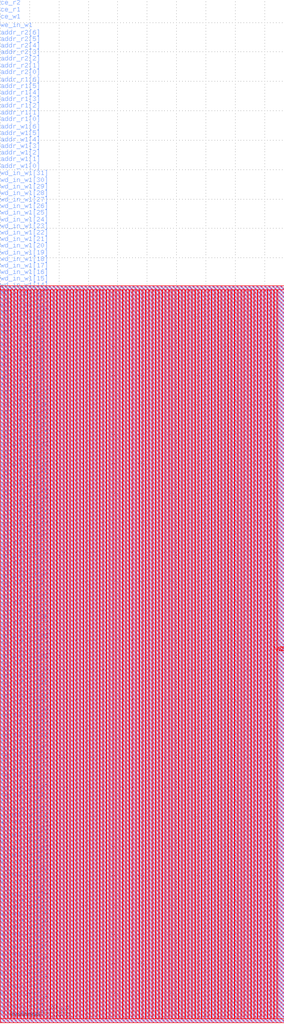
<source format=lef>
VERSION 5.7 ;
BUSBITCHARS "[]" ;
MACRO fakeram_32x128_2r1w
  FOREIGN fakeram_32x128_2r1w 0 0 ;
  SYMMETRY X Y R90 ;
  SIZE 96.710 BY 250.600 ;
  CLASS BLOCK ;
  PIN w_mask_w1[0]
    DIRECTION INPUT ;
    USE SIGNAL ;
    SHAPE ABUTMENT ;
    PORT
      LAYER metal3 ;
      RECT 0.000 1.645 0.070 1.715 ;
    END
  END w_mask_w1[0]
  PIN w_mask_w1[1]
    DIRECTION INPUT ;
    USE SIGNAL ;
    SHAPE ABUTMENT ;
    PORT
      LAYER metal3 ;
      RECT 0.000 3.885 0.070 3.955 ;
    END
  END w_mask_w1[1]
  PIN w_mask_w1[2]
    DIRECTION INPUT ;
    USE SIGNAL ;
    SHAPE ABUTMENT ;
    PORT
      LAYER metal3 ;
      RECT 0.000 6.125 0.070 6.195 ;
    END
  END w_mask_w1[2]
  PIN w_mask_w1[3]
    DIRECTION INPUT ;
    USE SIGNAL ;
    SHAPE ABUTMENT ;
    PORT
      LAYER metal3 ;
      RECT 0.000 8.365 0.070 8.435 ;
    END
  END w_mask_w1[3]
  PIN w_mask_w1[4]
    DIRECTION INPUT ;
    USE SIGNAL ;
    SHAPE ABUTMENT ;
    PORT
      LAYER metal3 ;
      RECT 0.000 10.605 0.070 10.675 ;
    END
  END w_mask_w1[4]
  PIN w_mask_w1[5]
    DIRECTION INPUT ;
    USE SIGNAL ;
    SHAPE ABUTMENT ;
    PORT
      LAYER metal3 ;
      RECT 0.000 12.845 0.070 12.915 ;
    END
  END w_mask_w1[5]
  PIN w_mask_w1[6]
    DIRECTION INPUT ;
    USE SIGNAL ;
    SHAPE ABUTMENT ;
    PORT
      LAYER metal3 ;
      RECT 0.000 15.085 0.070 15.155 ;
    END
  END w_mask_w1[6]
  PIN w_mask_w1[7]
    DIRECTION INPUT ;
    USE SIGNAL ;
    SHAPE ABUTMENT ;
    PORT
      LAYER metal3 ;
      RECT 0.000 17.325 0.070 17.395 ;
    END
  END w_mask_w1[7]
  PIN w_mask_w1[8]
    DIRECTION INPUT ;
    USE SIGNAL ;
    SHAPE ABUTMENT ;
    PORT
      LAYER metal3 ;
      RECT 0.000 19.565 0.070 19.635 ;
    END
  END w_mask_w1[8]
  PIN w_mask_w1[9]
    DIRECTION INPUT ;
    USE SIGNAL ;
    SHAPE ABUTMENT ;
    PORT
      LAYER metal3 ;
      RECT 0.000 21.805 0.070 21.875 ;
    END
  END w_mask_w1[9]
  PIN w_mask_w1[10]
    DIRECTION INPUT ;
    USE SIGNAL ;
    SHAPE ABUTMENT ;
    PORT
      LAYER metal3 ;
      RECT 0.000 24.045 0.070 24.115 ;
    END
  END w_mask_w1[10]
  PIN w_mask_w1[11]
    DIRECTION INPUT ;
    USE SIGNAL ;
    SHAPE ABUTMENT ;
    PORT
      LAYER metal3 ;
      RECT 0.000 26.285 0.070 26.355 ;
    END
  END w_mask_w1[11]
  PIN w_mask_w1[12]
    DIRECTION INPUT ;
    USE SIGNAL ;
    SHAPE ABUTMENT ;
    PORT
      LAYER metal3 ;
      RECT 0.000 28.525 0.070 28.595 ;
    END
  END w_mask_w1[12]
  PIN w_mask_w1[13]
    DIRECTION INPUT ;
    USE SIGNAL ;
    SHAPE ABUTMENT ;
    PORT
      LAYER metal3 ;
      RECT 0.000 30.765 0.070 30.835 ;
    END
  END w_mask_w1[13]
  PIN w_mask_w1[14]
    DIRECTION INPUT ;
    USE SIGNAL ;
    SHAPE ABUTMENT ;
    PORT
      LAYER metal3 ;
      RECT 0.000 33.005 0.070 33.075 ;
    END
  END w_mask_w1[14]
  PIN w_mask_w1[15]
    DIRECTION INPUT ;
    USE SIGNAL ;
    SHAPE ABUTMENT ;
    PORT
      LAYER metal3 ;
      RECT 0.000 35.245 0.070 35.315 ;
    END
  END w_mask_w1[15]
  PIN w_mask_w1[16]
    DIRECTION INPUT ;
    USE SIGNAL ;
    SHAPE ABUTMENT ;
    PORT
      LAYER metal3 ;
      RECT 0.000 37.485 0.070 37.555 ;
    END
  END w_mask_w1[16]
  PIN w_mask_w1[17]
    DIRECTION INPUT ;
    USE SIGNAL ;
    SHAPE ABUTMENT ;
    PORT
      LAYER metal3 ;
      RECT 0.000 39.725 0.070 39.795 ;
    END
  END w_mask_w1[17]
  PIN w_mask_w1[18]
    DIRECTION INPUT ;
    USE SIGNAL ;
    SHAPE ABUTMENT ;
    PORT
      LAYER metal3 ;
      RECT 0.000 41.965 0.070 42.035 ;
    END
  END w_mask_w1[18]
  PIN w_mask_w1[19]
    DIRECTION INPUT ;
    USE SIGNAL ;
    SHAPE ABUTMENT ;
    PORT
      LAYER metal3 ;
      RECT 0.000 44.205 0.070 44.275 ;
    END
  END w_mask_w1[19]
  PIN w_mask_w1[20]
    DIRECTION INPUT ;
    USE SIGNAL ;
    SHAPE ABUTMENT ;
    PORT
      LAYER metal3 ;
      RECT 0.000 46.445 0.070 46.515 ;
    END
  END w_mask_w1[20]
  PIN w_mask_w1[21]
    DIRECTION INPUT ;
    USE SIGNAL ;
    SHAPE ABUTMENT ;
    PORT
      LAYER metal3 ;
      RECT 0.000 48.685 0.070 48.755 ;
    END
  END w_mask_w1[21]
  PIN w_mask_w1[22]
    DIRECTION INPUT ;
    USE SIGNAL ;
    SHAPE ABUTMENT ;
    PORT
      LAYER metal3 ;
      RECT 0.000 50.925 0.070 50.995 ;
    END
  END w_mask_w1[22]
  PIN w_mask_w1[23]
    DIRECTION INPUT ;
    USE SIGNAL ;
    SHAPE ABUTMENT ;
    PORT
      LAYER metal3 ;
      RECT 0.000 53.165 0.070 53.235 ;
    END
  END w_mask_w1[23]
  PIN w_mask_w1[24]
    DIRECTION INPUT ;
    USE SIGNAL ;
    SHAPE ABUTMENT ;
    PORT
      LAYER metal3 ;
      RECT 0.000 55.405 0.070 55.475 ;
    END
  END w_mask_w1[24]
  PIN w_mask_w1[25]
    DIRECTION INPUT ;
    USE SIGNAL ;
    SHAPE ABUTMENT ;
    PORT
      LAYER metal3 ;
      RECT 0.000 57.645 0.070 57.715 ;
    END
  END w_mask_w1[25]
  PIN w_mask_w1[26]
    DIRECTION INPUT ;
    USE SIGNAL ;
    SHAPE ABUTMENT ;
    PORT
      LAYER metal3 ;
      RECT 0.000 59.885 0.070 59.955 ;
    END
  END w_mask_w1[26]
  PIN w_mask_w1[27]
    DIRECTION INPUT ;
    USE SIGNAL ;
    SHAPE ABUTMENT ;
    PORT
      LAYER metal3 ;
      RECT 0.000 62.125 0.070 62.195 ;
    END
  END w_mask_w1[27]
  PIN w_mask_w1[28]
    DIRECTION INPUT ;
    USE SIGNAL ;
    SHAPE ABUTMENT ;
    PORT
      LAYER metal3 ;
      RECT 0.000 64.365 0.070 64.435 ;
    END
  END w_mask_w1[28]
  PIN w_mask_w1[29]
    DIRECTION INPUT ;
    USE SIGNAL ;
    SHAPE ABUTMENT ;
    PORT
      LAYER metal3 ;
      RECT 0.000 66.605 0.070 66.675 ;
    END
  END w_mask_w1[29]
  PIN w_mask_w1[30]
    DIRECTION INPUT ;
    USE SIGNAL ;
    SHAPE ABUTMENT ;
    PORT
      LAYER metal3 ;
      RECT 0.000 68.845 0.070 68.915 ;
    END
  END w_mask_w1[30]
  PIN w_mask_w1[31]
    DIRECTION INPUT ;
    USE SIGNAL ;
    SHAPE ABUTMENT ;
    PORT
      LAYER metal3 ;
      RECT 0.000 71.085 0.070 71.155 ;
    END
  END w_mask_w1[31]
  PIN rd_out_r1[0]
    DIRECTION OUTPUT ;
    USE SIGNAL ;
    SHAPE ABUTMENT ;
    PORT
      LAYER metal3 ;
      RECT 0.000 73.605 0.070 73.675 ;
    END
  END rd_out_r1[0]
  PIN rd_out_r1[1]
    DIRECTION OUTPUT ;
    USE SIGNAL ;
    SHAPE ABUTMENT ;
    PORT
      LAYER metal3 ;
      RECT 0.000 75.845 0.070 75.915 ;
    END
  END rd_out_r1[1]
  PIN rd_out_r1[2]
    DIRECTION OUTPUT ;
    USE SIGNAL ;
    SHAPE ABUTMENT ;
    PORT
      LAYER metal3 ;
      RECT 0.000 78.085 0.070 78.155 ;
    END
  END rd_out_r1[2]
  PIN rd_out_r1[3]
    DIRECTION OUTPUT ;
    USE SIGNAL ;
    SHAPE ABUTMENT ;
    PORT
      LAYER metal3 ;
      RECT 0.000 80.325 0.070 80.395 ;
    END
  END rd_out_r1[3]
  PIN rd_out_r1[4]
    DIRECTION OUTPUT ;
    USE SIGNAL ;
    SHAPE ABUTMENT ;
    PORT
      LAYER metal3 ;
      RECT 0.000 82.565 0.070 82.635 ;
    END
  END rd_out_r1[4]
  PIN rd_out_r1[5]
    DIRECTION OUTPUT ;
    USE SIGNAL ;
    SHAPE ABUTMENT ;
    PORT
      LAYER metal3 ;
      RECT 0.000 84.805 0.070 84.875 ;
    END
  END rd_out_r1[5]
  PIN rd_out_r1[6]
    DIRECTION OUTPUT ;
    USE SIGNAL ;
    SHAPE ABUTMENT ;
    PORT
      LAYER metal3 ;
      RECT 0.000 87.045 0.070 87.115 ;
    END
  END rd_out_r1[6]
  PIN rd_out_r1[7]
    DIRECTION OUTPUT ;
    USE SIGNAL ;
    SHAPE ABUTMENT ;
    PORT
      LAYER metal3 ;
      RECT 0.000 89.285 0.070 89.355 ;
    END
  END rd_out_r1[7]
  PIN rd_out_r1[8]
    DIRECTION OUTPUT ;
    USE SIGNAL ;
    SHAPE ABUTMENT ;
    PORT
      LAYER metal3 ;
      RECT 0.000 91.525 0.070 91.595 ;
    END
  END rd_out_r1[8]
  PIN rd_out_r1[9]
    DIRECTION OUTPUT ;
    USE SIGNAL ;
    SHAPE ABUTMENT ;
    PORT
      LAYER metal3 ;
      RECT 0.000 93.765 0.070 93.835 ;
    END
  END rd_out_r1[9]
  PIN rd_out_r1[10]
    DIRECTION OUTPUT ;
    USE SIGNAL ;
    SHAPE ABUTMENT ;
    PORT
      LAYER metal3 ;
      RECT 0.000 96.005 0.070 96.075 ;
    END
  END rd_out_r1[10]
  PIN rd_out_r1[11]
    DIRECTION OUTPUT ;
    USE SIGNAL ;
    SHAPE ABUTMENT ;
    PORT
      LAYER metal3 ;
      RECT 0.000 98.245 0.070 98.315 ;
    END
  END rd_out_r1[11]
  PIN rd_out_r1[12]
    DIRECTION OUTPUT ;
    USE SIGNAL ;
    SHAPE ABUTMENT ;
    PORT
      LAYER metal3 ;
      RECT 0.000 100.485 0.070 100.555 ;
    END
  END rd_out_r1[12]
  PIN rd_out_r1[13]
    DIRECTION OUTPUT ;
    USE SIGNAL ;
    SHAPE ABUTMENT ;
    PORT
      LAYER metal3 ;
      RECT 0.000 102.725 0.070 102.795 ;
    END
  END rd_out_r1[13]
  PIN rd_out_r1[14]
    DIRECTION OUTPUT ;
    USE SIGNAL ;
    SHAPE ABUTMENT ;
    PORT
      LAYER metal3 ;
      RECT 0.000 104.965 0.070 105.035 ;
    END
  END rd_out_r1[14]
  PIN rd_out_r1[15]
    DIRECTION OUTPUT ;
    USE SIGNAL ;
    SHAPE ABUTMENT ;
    PORT
      LAYER metal3 ;
      RECT 0.000 107.205 0.070 107.275 ;
    END
  END rd_out_r1[15]
  PIN rd_out_r1[16]
    DIRECTION OUTPUT ;
    USE SIGNAL ;
    SHAPE ABUTMENT ;
    PORT
      LAYER metal3 ;
      RECT 0.000 109.445 0.070 109.515 ;
    END
  END rd_out_r1[16]
  PIN rd_out_r1[17]
    DIRECTION OUTPUT ;
    USE SIGNAL ;
    SHAPE ABUTMENT ;
    PORT
      LAYER metal3 ;
      RECT 0.000 111.685 0.070 111.755 ;
    END
  END rd_out_r1[17]
  PIN rd_out_r1[18]
    DIRECTION OUTPUT ;
    USE SIGNAL ;
    SHAPE ABUTMENT ;
    PORT
      LAYER metal3 ;
      RECT 0.000 113.925 0.070 113.995 ;
    END
  END rd_out_r1[18]
  PIN rd_out_r1[19]
    DIRECTION OUTPUT ;
    USE SIGNAL ;
    SHAPE ABUTMENT ;
    PORT
      LAYER metal3 ;
      RECT 0.000 116.165 0.070 116.235 ;
    END
  END rd_out_r1[19]
  PIN rd_out_r1[20]
    DIRECTION OUTPUT ;
    USE SIGNAL ;
    SHAPE ABUTMENT ;
    PORT
      LAYER metal3 ;
      RECT 0.000 118.405 0.070 118.475 ;
    END
  END rd_out_r1[20]
  PIN rd_out_r1[21]
    DIRECTION OUTPUT ;
    USE SIGNAL ;
    SHAPE ABUTMENT ;
    PORT
      LAYER metal3 ;
      RECT 0.000 120.645 0.070 120.715 ;
    END
  END rd_out_r1[21]
  PIN rd_out_r1[22]
    DIRECTION OUTPUT ;
    USE SIGNAL ;
    SHAPE ABUTMENT ;
    PORT
      LAYER metal3 ;
      RECT 0.000 122.885 0.070 122.955 ;
    END
  END rd_out_r1[22]
  PIN rd_out_r1[23]
    DIRECTION OUTPUT ;
    USE SIGNAL ;
    SHAPE ABUTMENT ;
    PORT
      LAYER metal3 ;
      RECT 0.000 125.125 0.070 125.195 ;
    END
  END rd_out_r1[23]
  PIN rd_out_r1[24]
    DIRECTION OUTPUT ;
    USE SIGNAL ;
    SHAPE ABUTMENT ;
    PORT
      LAYER metal3 ;
      RECT 0.000 127.365 0.070 127.435 ;
    END
  END rd_out_r1[24]
  PIN rd_out_r1[25]
    DIRECTION OUTPUT ;
    USE SIGNAL ;
    SHAPE ABUTMENT ;
    PORT
      LAYER metal3 ;
      RECT 0.000 129.605 0.070 129.675 ;
    END
  END rd_out_r1[25]
  PIN rd_out_r1[26]
    DIRECTION OUTPUT ;
    USE SIGNAL ;
    SHAPE ABUTMENT ;
    PORT
      LAYER metal3 ;
      RECT 0.000 131.845 0.070 131.915 ;
    END
  END rd_out_r1[26]
  PIN rd_out_r1[27]
    DIRECTION OUTPUT ;
    USE SIGNAL ;
    SHAPE ABUTMENT ;
    PORT
      LAYER metal3 ;
      RECT 0.000 134.085 0.070 134.155 ;
    END
  END rd_out_r1[27]
  PIN rd_out_r1[28]
    DIRECTION OUTPUT ;
    USE SIGNAL ;
    SHAPE ABUTMENT ;
    PORT
      LAYER metal3 ;
      RECT 0.000 136.325 0.070 136.395 ;
    END
  END rd_out_r1[28]
  PIN rd_out_r1[29]
    DIRECTION OUTPUT ;
    USE SIGNAL ;
    SHAPE ABUTMENT ;
    PORT
      LAYER metal3 ;
      RECT 0.000 138.565 0.070 138.635 ;
    END
  END rd_out_r1[29]
  PIN rd_out_r1[30]
    DIRECTION OUTPUT ;
    USE SIGNAL ;
    SHAPE ABUTMENT ;
    PORT
      LAYER metal3 ;
      RECT 0.000 140.805 0.070 140.875 ;
    END
  END rd_out_r1[30]
  PIN rd_out_r1[31]
    DIRECTION OUTPUT ;
    USE SIGNAL ;
    SHAPE ABUTMENT ;
    PORT
      LAYER metal3 ;
      RECT 0.000 143.045 0.070 143.115 ;
    END
  END rd_out_r1[31]
  PIN rd_out_r2[0]
    DIRECTION OUTPUT ;
    USE SIGNAL ;
    SHAPE ABUTMENT ;
    PORT
      LAYER metal3 ;
      RECT 0.000 145.565 0.070 145.635 ;
    END
  END rd_out_r2[0]
  PIN rd_out_r2[1]
    DIRECTION OUTPUT ;
    USE SIGNAL ;
    SHAPE ABUTMENT ;
    PORT
      LAYER metal3 ;
      RECT 0.000 147.805 0.070 147.875 ;
    END
  END rd_out_r2[1]
  PIN rd_out_r2[2]
    DIRECTION OUTPUT ;
    USE SIGNAL ;
    SHAPE ABUTMENT ;
    PORT
      LAYER metal3 ;
      RECT 0.000 150.045 0.070 150.115 ;
    END
  END rd_out_r2[2]
  PIN rd_out_r2[3]
    DIRECTION OUTPUT ;
    USE SIGNAL ;
    SHAPE ABUTMENT ;
    PORT
      LAYER metal3 ;
      RECT 0.000 152.285 0.070 152.355 ;
    END
  END rd_out_r2[3]
  PIN rd_out_r2[4]
    DIRECTION OUTPUT ;
    USE SIGNAL ;
    SHAPE ABUTMENT ;
    PORT
      LAYER metal3 ;
      RECT 0.000 154.525 0.070 154.595 ;
    END
  END rd_out_r2[4]
  PIN rd_out_r2[5]
    DIRECTION OUTPUT ;
    USE SIGNAL ;
    SHAPE ABUTMENT ;
    PORT
      LAYER metal3 ;
      RECT 0.000 156.765 0.070 156.835 ;
    END
  END rd_out_r2[5]
  PIN rd_out_r2[6]
    DIRECTION OUTPUT ;
    USE SIGNAL ;
    SHAPE ABUTMENT ;
    PORT
      LAYER metal3 ;
      RECT 0.000 159.005 0.070 159.075 ;
    END
  END rd_out_r2[6]
  PIN rd_out_r2[7]
    DIRECTION OUTPUT ;
    USE SIGNAL ;
    SHAPE ABUTMENT ;
    PORT
      LAYER metal3 ;
      RECT 0.000 161.245 0.070 161.315 ;
    END
  END rd_out_r2[7]
  PIN rd_out_r2[8]
    DIRECTION OUTPUT ;
    USE SIGNAL ;
    SHAPE ABUTMENT ;
    PORT
      LAYER metal3 ;
      RECT 0.000 163.485 0.070 163.555 ;
    END
  END rd_out_r2[8]
  PIN rd_out_r2[9]
    DIRECTION OUTPUT ;
    USE SIGNAL ;
    SHAPE ABUTMENT ;
    PORT
      LAYER metal3 ;
      RECT 0.000 165.725 0.070 165.795 ;
    END
  END rd_out_r2[9]
  PIN rd_out_r2[10]
    DIRECTION OUTPUT ;
    USE SIGNAL ;
    SHAPE ABUTMENT ;
    PORT
      LAYER metal3 ;
      RECT 0.000 167.965 0.070 168.035 ;
    END
  END rd_out_r2[10]
  PIN rd_out_r2[11]
    DIRECTION OUTPUT ;
    USE SIGNAL ;
    SHAPE ABUTMENT ;
    PORT
      LAYER metal3 ;
      RECT 0.000 170.205 0.070 170.275 ;
    END
  END rd_out_r2[11]
  PIN rd_out_r2[12]
    DIRECTION OUTPUT ;
    USE SIGNAL ;
    SHAPE ABUTMENT ;
    PORT
      LAYER metal3 ;
      RECT 0.000 172.445 0.070 172.515 ;
    END
  END rd_out_r2[12]
  PIN rd_out_r2[13]
    DIRECTION OUTPUT ;
    USE SIGNAL ;
    SHAPE ABUTMENT ;
    PORT
      LAYER metal3 ;
      RECT 0.000 174.685 0.070 174.755 ;
    END
  END rd_out_r2[13]
  PIN rd_out_r2[14]
    DIRECTION OUTPUT ;
    USE SIGNAL ;
    SHAPE ABUTMENT ;
    PORT
      LAYER metal3 ;
      RECT 0.000 176.925 0.070 176.995 ;
    END
  END rd_out_r2[14]
  PIN rd_out_r2[15]
    DIRECTION OUTPUT ;
    USE SIGNAL ;
    SHAPE ABUTMENT ;
    PORT
      LAYER metal3 ;
      RECT 0.000 179.165 0.070 179.235 ;
    END
  END rd_out_r2[15]
  PIN rd_out_r2[16]
    DIRECTION OUTPUT ;
    USE SIGNAL ;
    SHAPE ABUTMENT ;
    PORT
      LAYER metal3 ;
      RECT 0.000 181.405 0.070 181.475 ;
    END
  END rd_out_r2[16]
  PIN rd_out_r2[17]
    DIRECTION OUTPUT ;
    USE SIGNAL ;
    SHAPE ABUTMENT ;
    PORT
      LAYER metal3 ;
      RECT 0.000 183.645 0.070 183.715 ;
    END
  END rd_out_r2[17]
  PIN rd_out_r2[18]
    DIRECTION OUTPUT ;
    USE SIGNAL ;
    SHAPE ABUTMENT ;
    PORT
      LAYER metal3 ;
      RECT 0.000 185.885 0.070 185.955 ;
    END
  END rd_out_r2[18]
  PIN rd_out_r2[19]
    DIRECTION OUTPUT ;
    USE SIGNAL ;
    SHAPE ABUTMENT ;
    PORT
      LAYER metal3 ;
      RECT 0.000 188.125 0.070 188.195 ;
    END
  END rd_out_r2[19]
  PIN rd_out_r2[20]
    DIRECTION OUTPUT ;
    USE SIGNAL ;
    SHAPE ABUTMENT ;
    PORT
      LAYER metal3 ;
      RECT 0.000 190.365 0.070 190.435 ;
    END
  END rd_out_r2[20]
  PIN rd_out_r2[21]
    DIRECTION OUTPUT ;
    USE SIGNAL ;
    SHAPE ABUTMENT ;
    PORT
      LAYER metal3 ;
      RECT 0.000 192.605 0.070 192.675 ;
    END
  END rd_out_r2[21]
  PIN rd_out_r2[22]
    DIRECTION OUTPUT ;
    USE SIGNAL ;
    SHAPE ABUTMENT ;
    PORT
      LAYER metal3 ;
      RECT 0.000 194.845 0.070 194.915 ;
    END
  END rd_out_r2[22]
  PIN rd_out_r2[23]
    DIRECTION OUTPUT ;
    USE SIGNAL ;
    SHAPE ABUTMENT ;
    PORT
      LAYER metal3 ;
      RECT 0.000 197.085 0.070 197.155 ;
    END
  END rd_out_r2[23]
  PIN rd_out_r2[24]
    DIRECTION OUTPUT ;
    USE SIGNAL ;
    SHAPE ABUTMENT ;
    PORT
      LAYER metal3 ;
      RECT 0.000 199.325 0.070 199.395 ;
    END
  END rd_out_r2[24]
  PIN rd_out_r2[25]
    DIRECTION OUTPUT ;
    USE SIGNAL ;
    SHAPE ABUTMENT ;
    PORT
      LAYER metal3 ;
      RECT 0.000 201.565 0.070 201.635 ;
    END
  END rd_out_r2[25]
  PIN rd_out_r2[26]
    DIRECTION OUTPUT ;
    USE SIGNAL ;
    SHAPE ABUTMENT ;
    PORT
      LAYER metal3 ;
      RECT 0.000 203.805 0.070 203.875 ;
    END
  END rd_out_r2[26]
  PIN rd_out_r2[27]
    DIRECTION OUTPUT ;
    USE SIGNAL ;
    SHAPE ABUTMENT ;
    PORT
      LAYER metal3 ;
      RECT 0.000 206.045 0.070 206.115 ;
    END
  END rd_out_r2[27]
  PIN rd_out_r2[28]
    DIRECTION OUTPUT ;
    USE SIGNAL ;
    SHAPE ABUTMENT ;
    PORT
      LAYER metal3 ;
      RECT 0.000 208.285 0.070 208.355 ;
    END
  END rd_out_r2[28]
  PIN rd_out_r2[29]
    DIRECTION OUTPUT ;
    USE SIGNAL ;
    SHAPE ABUTMENT ;
    PORT
      LAYER metal3 ;
      RECT 0.000 210.525 0.070 210.595 ;
    END
  END rd_out_r2[29]
  PIN rd_out_r2[30]
    DIRECTION OUTPUT ;
    USE SIGNAL ;
    SHAPE ABUTMENT ;
    PORT
      LAYER metal3 ;
      RECT 0.000 212.765 0.070 212.835 ;
    END
  END rd_out_r2[30]
  PIN rd_out_r2[31]
    DIRECTION OUTPUT ;
    USE SIGNAL ;
    SHAPE ABUTMENT ;
    PORT
      LAYER metal3 ;
      RECT 0.000 215.005 0.070 215.075 ;
    END
  END rd_out_r2[31]
  PIN wd_in_w1[0]
    DIRECTION INPUT ;
    USE SIGNAL ;
    SHAPE ABUTMENT ;
    PORT
      LAYER metal3 ;
      RECT 0.000 217.525 0.070 217.595 ;
    END
  END wd_in_w1[0]
  PIN wd_in_w1[1]
    DIRECTION INPUT ;
    USE SIGNAL ;
    SHAPE ABUTMENT ;
    PORT
      LAYER metal3 ;
      RECT 0.000 219.765 0.070 219.835 ;
    END
  END wd_in_w1[1]
  PIN wd_in_w1[2]
    DIRECTION INPUT ;
    USE SIGNAL ;
    SHAPE ABUTMENT ;
    PORT
      LAYER metal3 ;
      RECT 0.000 222.005 0.070 222.075 ;
    END
  END wd_in_w1[2]
  PIN wd_in_w1[3]
    DIRECTION INPUT ;
    USE SIGNAL ;
    SHAPE ABUTMENT ;
    PORT
      LAYER metal3 ;
      RECT 0.000 224.245 0.070 224.315 ;
    END
  END wd_in_w1[3]
  PIN wd_in_w1[4]
    DIRECTION INPUT ;
    USE SIGNAL ;
    SHAPE ABUTMENT ;
    PORT
      LAYER metal3 ;
      RECT 0.000 226.485 0.070 226.555 ;
    END
  END wd_in_w1[4]
  PIN wd_in_w1[5]
    DIRECTION INPUT ;
    USE SIGNAL ;
    SHAPE ABUTMENT ;
    PORT
      LAYER metal3 ;
      RECT 0.000 228.725 0.070 228.795 ;
    END
  END wd_in_w1[5]
  PIN wd_in_w1[6]
    DIRECTION INPUT ;
    USE SIGNAL ;
    SHAPE ABUTMENT ;
    PORT
      LAYER metal3 ;
      RECT 0.000 230.965 0.070 231.035 ;
    END
  END wd_in_w1[6]
  PIN wd_in_w1[7]
    DIRECTION INPUT ;
    USE SIGNAL ;
    SHAPE ABUTMENT ;
    PORT
      LAYER metal3 ;
      RECT 0.000 233.205 0.070 233.275 ;
    END
  END wd_in_w1[7]
  PIN wd_in_w1[8]
    DIRECTION INPUT ;
    USE SIGNAL ;
    SHAPE ABUTMENT ;
    PORT
      LAYER metal3 ;
      RECT 0.000 235.445 0.070 235.515 ;
    END
  END wd_in_w1[8]
  PIN wd_in_w1[9]
    DIRECTION INPUT ;
    USE SIGNAL ;
    SHAPE ABUTMENT ;
    PORT
      LAYER metal3 ;
      RECT 0.000 237.685 0.070 237.755 ;
    END
  END wd_in_w1[9]
  PIN wd_in_w1[10]
    DIRECTION INPUT ;
    USE SIGNAL ;
    SHAPE ABUTMENT ;
    PORT
      LAYER metal3 ;
      RECT 0.000 239.925 0.070 239.995 ;
    END
  END wd_in_w1[10]
  PIN wd_in_w1[11]
    DIRECTION INPUT ;
    USE SIGNAL ;
    SHAPE ABUTMENT ;
    PORT
      LAYER metal3 ;
      RECT 0.000 242.165 0.070 242.235 ;
    END
  END wd_in_w1[11]
  PIN wd_in_w1[12]
    DIRECTION INPUT ;
    USE SIGNAL ;
    SHAPE ABUTMENT ;
    PORT
      LAYER metal3 ;
      RECT 0.000 244.405 0.070 244.475 ;
    END
  END wd_in_w1[12]
  PIN wd_in_w1[13]
    DIRECTION INPUT ;
    USE SIGNAL ;
    SHAPE ABUTMENT ;
    PORT
      LAYER metal3 ;
      RECT 0.000 246.645 0.070 246.715 ;
    END
  END wd_in_w1[13]
  PIN wd_in_w1[14]
    DIRECTION INPUT ;
    USE SIGNAL ;
    SHAPE ABUTMENT ;
    PORT
      LAYER metal3 ;
      RECT 0.000 248.885 0.070 248.955 ;
    END
  END wd_in_w1[14]
  PIN wd_in_w1[15]
    DIRECTION INPUT ;
    USE SIGNAL ;
    SHAPE ABUTMENT ;
    PORT
      LAYER metal3 ;
      RECT 0.000 251.125 0.070 251.195 ;
    END
  END wd_in_w1[15]
  PIN wd_in_w1[16]
    DIRECTION INPUT ;
    USE SIGNAL ;
    SHAPE ABUTMENT ;
    PORT
      LAYER metal3 ;
      RECT 0.000 253.365 0.070 253.435 ;
    END
  END wd_in_w1[16]
  PIN wd_in_w1[17]
    DIRECTION INPUT ;
    USE SIGNAL ;
    SHAPE ABUTMENT ;
    PORT
      LAYER metal3 ;
      RECT 0.000 255.605 0.070 255.675 ;
    END
  END wd_in_w1[17]
  PIN wd_in_w1[18]
    DIRECTION INPUT ;
    USE SIGNAL ;
    SHAPE ABUTMENT ;
    PORT
      LAYER metal3 ;
      RECT 0.000 257.845 0.070 257.915 ;
    END
  END wd_in_w1[18]
  PIN wd_in_w1[19]
    DIRECTION INPUT ;
    USE SIGNAL ;
    SHAPE ABUTMENT ;
    PORT
      LAYER metal3 ;
      RECT 0.000 260.085 0.070 260.155 ;
    END
  END wd_in_w1[19]
  PIN wd_in_w1[20]
    DIRECTION INPUT ;
    USE SIGNAL ;
    SHAPE ABUTMENT ;
    PORT
      LAYER metal3 ;
      RECT 0.000 262.325 0.070 262.395 ;
    END
  END wd_in_w1[20]
  PIN wd_in_w1[21]
    DIRECTION INPUT ;
    USE SIGNAL ;
    SHAPE ABUTMENT ;
    PORT
      LAYER metal3 ;
      RECT 0.000 264.565 0.070 264.635 ;
    END
  END wd_in_w1[21]
  PIN wd_in_w1[22]
    DIRECTION INPUT ;
    USE SIGNAL ;
    SHAPE ABUTMENT ;
    PORT
      LAYER metal3 ;
      RECT 0.000 266.805 0.070 266.875 ;
    END
  END wd_in_w1[22]
  PIN wd_in_w1[23]
    DIRECTION INPUT ;
    USE SIGNAL ;
    SHAPE ABUTMENT ;
    PORT
      LAYER metal3 ;
      RECT 0.000 269.045 0.070 269.115 ;
    END
  END wd_in_w1[23]
  PIN wd_in_w1[24]
    DIRECTION INPUT ;
    USE SIGNAL ;
    SHAPE ABUTMENT ;
    PORT
      LAYER metal3 ;
      RECT 0.000 271.285 0.070 271.355 ;
    END
  END wd_in_w1[24]
  PIN wd_in_w1[25]
    DIRECTION INPUT ;
    USE SIGNAL ;
    SHAPE ABUTMENT ;
    PORT
      LAYER metal3 ;
      RECT 0.000 273.525 0.070 273.595 ;
    END
  END wd_in_w1[25]
  PIN wd_in_w1[26]
    DIRECTION INPUT ;
    USE SIGNAL ;
    SHAPE ABUTMENT ;
    PORT
      LAYER metal3 ;
      RECT 0.000 275.765 0.070 275.835 ;
    END
  END wd_in_w1[26]
  PIN wd_in_w1[27]
    DIRECTION INPUT ;
    USE SIGNAL ;
    SHAPE ABUTMENT ;
    PORT
      LAYER metal3 ;
      RECT 0.000 278.005 0.070 278.075 ;
    END
  END wd_in_w1[27]
  PIN wd_in_w1[28]
    DIRECTION INPUT ;
    USE SIGNAL ;
    SHAPE ABUTMENT ;
    PORT
      LAYER metal3 ;
      RECT 0.000 280.245 0.070 280.315 ;
    END
  END wd_in_w1[28]
  PIN wd_in_w1[29]
    DIRECTION INPUT ;
    USE SIGNAL ;
    SHAPE ABUTMENT ;
    PORT
      LAYER metal3 ;
      RECT 0.000 282.485 0.070 282.555 ;
    END
  END wd_in_w1[29]
  PIN wd_in_w1[30]
    DIRECTION INPUT ;
    USE SIGNAL ;
    SHAPE ABUTMENT ;
    PORT
      LAYER metal3 ;
      RECT 0.000 284.725 0.070 284.795 ;
    END
  END wd_in_w1[30]
  PIN wd_in_w1[31]
    DIRECTION INPUT ;
    USE SIGNAL ;
    SHAPE ABUTMENT ;
    PORT
      LAYER metal3 ;
      RECT 0.000 286.965 0.070 287.035 ;
    END
  END wd_in_w1[31]
  PIN addr_w1[0]
    DIRECTION INPUT ;
    USE SIGNAL ;
    SHAPE ABUTMENT ;
    PORT
      LAYER metal3 ;
      RECT 0.000 289.485 0.070 289.555 ;
    END
  END addr_w1[0]
  PIN addr_w1[1]
    DIRECTION INPUT ;
    USE SIGNAL ;
    SHAPE ABUTMENT ;
    PORT
      LAYER metal3 ;
      RECT 0.000 291.725 0.070 291.795 ;
    END
  END addr_w1[1]
  PIN addr_w1[2]
    DIRECTION INPUT ;
    USE SIGNAL ;
    SHAPE ABUTMENT ;
    PORT
      LAYER metal3 ;
      RECT 0.000 293.965 0.070 294.035 ;
    END
  END addr_w1[2]
  PIN addr_w1[3]
    DIRECTION INPUT ;
    USE SIGNAL ;
    SHAPE ABUTMENT ;
    PORT
      LAYER metal3 ;
      RECT 0.000 296.205 0.070 296.275 ;
    END
  END addr_w1[3]
  PIN addr_w1[4]
    DIRECTION INPUT ;
    USE SIGNAL ;
    SHAPE ABUTMENT ;
    PORT
      LAYER metal3 ;
      RECT 0.000 298.445 0.070 298.515 ;
    END
  END addr_w1[4]
  PIN addr_w1[5]
    DIRECTION INPUT ;
    USE SIGNAL ;
    SHAPE ABUTMENT ;
    PORT
      LAYER metal3 ;
      RECT 0.000 300.685 0.070 300.755 ;
    END
  END addr_w1[5]
  PIN addr_w1[6]
    DIRECTION INPUT ;
    USE SIGNAL ;
    SHAPE ABUTMENT ;
    PORT
      LAYER metal3 ;
      RECT 0.000 302.925 0.070 302.995 ;
    END
  END addr_w1[6]
  PIN addr_r1[0]
    DIRECTION INPUT ;
    USE SIGNAL ;
    SHAPE ABUTMENT ;
    PORT
      LAYER metal3 ;
      RECT 0.000 305.445 0.070 305.515 ;
    END
  END addr_r1[0]
  PIN addr_r1[1]
    DIRECTION INPUT ;
    USE SIGNAL ;
    SHAPE ABUTMENT ;
    PORT
      LAYER metal3 ;
      RECT 0.000 307.685 0.070 307.755 ;
    END
  END addr_r1[1]
  PIN addr_r1[2]
    DIRECTION INPUT ;
    USE SIGNAL ;
    SHAPE ABUTMENT ;
    PORT
      LAYER metal3 ;
      RECT 0.000 309.925 0.070 309.995 ;
    END
  END addr_r1[2]
  PIN addr_r1[3]
    DIRECTION INPUT ;
    USE SIGNAL ;
    SHAPE ABUTMENT ;
    PORT
      LAYER metal3 ;
      RECT 0.000 312.165 0.070 312.235 ;
    END
  END addr_r1[3]
  PIN addr_r1[4]
    DIRECTION INPUT ;
    USE SIGNAL ;
    SHAPE ABUTMENT ;
    PORT
      LAYER metal3 ;
      RECT 0.000 314.405 0.070 314.475 ;
    END
  END addr_r1[4]
  PIN addr_r1[5]
    DIRECTION INPUT ;
    USE SIGNAL ;
    SHAPE ABUTMENT ;
    PORT
      LAYER metal3 ;
      RECT 0.000 316.645 0.070 316.715 ;
    END
  END addr_r1[5]
  PIN addr_r1[6]
    DIRECTION INPUT ;
    USE SIGNAL ;
    SHAPE ABUTMENT ;
    PORT
      LAYER metal3 ;
      RECT 0.000 318.885 0.070 318.955 ;
    END
  END addr_r1[6]
  PIN addr_r2[0]
    DIRECTION INPUT ;
    USE SIGNAL ;
    SHAPE ABUTMENT ;
    PORT
      LAYER metal3 ;
      RECT 0.000 321.405 0.070 321.475 ;
    END
  END addr_r2[0]
  PIN addr_r2[1]
    DIRECTION INPUT ;
    USE SIGNAL ;
    SHAPE ABUTMENT ;
    PORT
      LAYER metal3 ;
      RECT 0.000 323.645 0.070 323.715 ;
    END
  END addr_r2[1]
  PIN addr_r2[2]
    DIRECTION INPUT ;
    USE SIGNAL ;
    SHAPE ABUTMENT ;
    PORT
      LAYER metal3 ;
      RECT 0.000 325.885 0.070 325.955 ;
    END
  END addr_r2[2]
  PIN addr_r2[3]
    DIRECTION INPUT ;
    USE SIGNAL ;
    SHAPE ABUTMENT ;
    PORT
      LAYER metal3 ;
      RECT 0.000 328.125 0.070 328.195 ;
    END
  END addr_r2[3]
  PIN addr_r2[4]
    DIRECTION INPUT ;
    USE SIGNAL ;
    SHAPE ABUTMENT ;
    PORT
      LAYER metal3 ;
      RECT 0.000 330.365 0.070 330.435 ;
    END
  END addr_r2[4]
  PIN addr_r2[5]
    DIRECTION INPUT ;
    USE SIGNAL ;
    SHAPE ABUTMENT ;
    PORT
      LAYER metal3 ;
      RECT 0.000 332.605 0.070 332.675 ;
    END
  END addr_r2[5]
  PIN addr_r2[6]
    DIRECTION INPUT ;
    USE SIGNAL ;
    SHAPE ABUTMENT ;
    PORT
      LAYER metal3 ;
      RECT 0.000 334.845 0.070 334.915 ;
    END
  END addr_r2[6]
  PIN we_in_w1
    DIRECTION INPUT ;
    USE SIGNAL ;
    SHAPE ABUTMENT ;
    PORT
      LAYER metal3 ;
      RECT 0.000 337.365 0.070 337.435 ;
    END
  END we_in_w1
  PIN ce_w1
    DIRECTION INPUT ;
    USE SIGNAL ;
    SHAPE ABUTMENT ;
    PORT
      LAYER metal3 ;
      RECT 0.000 340.165 0.070 340.235 ;
    END
  END ce_w1
  PIN ce_r1
    DIRECTION INPUT ;
    USE SIGNAL ;
    SHAPE ABUTMENT ;
    PORT
      LAYER metal3 ;
      RECT 0.000 342.685 0.070 342.755 ;
    END
  END ce_r1
  PIN ce_r2
    DIRECTION INPUT ;
    USE SIGNAL ;
    SHAPE ABUTMENT ;
    PORT
      LAYER metal3 ;
      RECT 0.000 344.925 0.070 344.995 ;
    END
  END ce_r2
  PIN clk
    DIRECTION INPUT ;
    USE SIGNAL ;
    SHAPE ABUTMENT ;
    PORT
      LAYER metal3 ;
      RECT 0.000 347.445 0.070 347.515 ;
    END
  END clk
  PIN VSS
    DIRECTION INOUT ;
    USE GROUND ;
    PORT
      LAYER metal4 ;
      RECT 1.260 1.400 1.540 249.200 ;
      RECT 3.500 1.400 3.780 249.200 ;
      RECT 5.740 1.400 6.020 249.200 ;
      RECT 7.980 1.400 8.260 249.200 ;
      RECT 10.220 1.400 10.500 249.200 ;
      RECT 12.460 1.400 12.740 249.200 ;
      RECT 14.700 1.400 14.980 249.200 ;
      RECT 16.940 1.400 17.220 249.200 ;
      RECT 19.180 1.400 19.460 249.200 ;
      RECT 21.420 1.400 21.700 249.200 ;
      RECT 23.660 1.400 23.940 249.200 ;
      RECT 25.900 1.400 26.180 249.200 ;
      RECT 28.140 1.400 28.420 249.200 ;
      RECT 30.380 1.400 30.660 249.200 ;
      RECT 32.620 1.400 32.900 249.200 ;
      RECT 34.860 1.400 35.140 249.200 ;
      RECT 37.100 1.400 37.380 249.200 ;
      RECT 39.340 1.400 39.620 249.200 ;
      RECT 41.580 1.400 41.860 249.200 ;
      RECT 43.820 1.400 44.100 249.200 ;
      RECT 46.060 1.400 46.340 249.200 ;
      RECT 48.300 1.400 48.580 249.200 ;
      RECT 50.540 1.400 50.820 249.200 ;
      RECT 52.780 1.400 53.060 249.200 ;
      RECT 55.020 1.400 55.300 249.200 ;
      RECT 57.260 1.400 57.540 249.200 ;
      RECT 59.500 1.400 59.780 249.200 ;
      RECT 61.740 1.400 62.020 249.200 ;
      RECT 63.980 1.400 64.260 249.200 ;
      RECT 66.220 1.400 66.500 249.200 ;
      RECT 68.460 1.400 68.740 249.200 ;
      RECT 70.700 1.400 70.980 249.200 ;
      RECT 72.940 1.400 73.220 249.200 ;
      RECT 75.180 1.400 75.460 249.200 ;
      RECT 77.420 1.400 77.700 249.200 ;
      RECT 79.660 1.400 79.940 249.200 ;
      RECT 81.900 1.400 82.180 249.200 ;
      RECT 84.140 1.400 84.420 249.200 ;
      RECT 86.380 1.400 86.660 249.200 ;
      RECT 88.620 1.400 88.900 249.200 ;
      RECT 90.860 1.400 91.140 249.200 ;
      RECT 93.100 1.400 93.380 249.200 ;
    END
  END VSS
  PIN VDD
    DIRECTION INOUT ;
    USE POWER ;
    PORT
      LAYER metal4 ;
      RECT 2.380 1.400 2.660 249.200 ;
      RECT 4.620 1.400 4.900 249.200 ;
      RECT 6.860 1.400 7.140 249.200 ;
      RECT 9.100 1.400 9.380 249.200 ;
      RECT 11.340 1.400 11.620 249.200 ;
      RECT 13.580 1.400 13.860 249.200 ;
      RECT 15.820 1.400 16.100 249.200 ;
      RECT 18.060 1.400 18.340 249.200 ;
      RECT 20.300 1.400 20.580 249.200 ;
      RECT 22.540 1.400 22.820 249.200 ;
      RECT 24.780 1.400 25.060 249.200 ;
      RECT 27.020 1.400 27.300 249.200 ;
      RECT 29.260 1.400 29.540 249.200 ;
      RECT 31.500 1.400 31.780 249.200 ;
      RECT 33.740 1.400 34.020 249.200 ;
      RECT 35.980 1.400 36.260 249.200 ;
      RECT 38.220 1.400 38.500 249.200 ;
      RECT 40.460 1.400 40.740 249.200 ;
      RECT 42.700 1.400 42.980 249.200 ;
      RECT 44.940 1.400 45.220 249.200 ;
      RECT 47.180 1.400 47.460 249.200 ;
      RECT 49.420 1.400 49.700 249.200 ;
      RECT 51.660 1.400 51.940 249.200 ;
      RECT 53.900 1.400 54.180 249.200 ;
      RECT 56.140 1.400 56.420 249.200 ;
      RECT 58.380 1.400 58.660 249.200 ;
      RECT 60.620 1.400 60.900 249.200 ;
      RECT 62.860 1.400 63.140 249.200 ;
      RECT 65.100 1.400 65.380 249.200 ;
      RECT 67.340 1.400 67.620 249.200 ;
      RECT 69.580 1.400 69.860 249.200 ;
      RECT 71.820 1.400 72.100 249.200 ;
      RECT 74.060 1.400 74.340 249.200 ;
      RECT 76.300 1.400 76.580 249.200 ;
      RECT 78.540 1.400 78.820 249.200 ;
      RECT 80.780 1.400 81.060 249.200 ;
      RECT 83.020 1.400 83.300 249.200 ;
      RECT 85.260 1.400 85.540 249.200 ;
      RECT 87.500 1.400 87.780 249.200 ;
      RECT 89.740 1.400 90.020 249.200 ;
      RECT 91.980 1.400 92.260 249.200 ;
      RECT 94.220 1.400 94.500 249.200 ;
    END
  END VDD
  OBS
    LAYER metal1 ;
    RECT 0 0 96.710 250.600 ;
    LAYER metal2 ;
    RECT 0 0 96.710 250.600 ;
    LAYER metal3 ;
    RECT 0.070 0 96.710 250.600 ;
    RECT 0 0.000 0.070 1.365 ;
    RECT 0 1.435 0.070 3.605 ;
    RECT 0 3.675 0.070 5.845 ;
    RECT 0 5.915 0.070 8.085 ;
    RECT 0 8.155 0.070 10.325 ;
    RECT 0 10.395 0.070 12.565 ;
    RECT 0 12.635 0.070 14.805 ;
    RECT 0 14.875 0.070 17.045 ;
    RECT 0 17.115 0.070 19.285 ;
    RECT 0 19.355 0.070 21.525 ;
    RECT 0 21.595 0.070 23.765 ;
    RECT 0 23.835 0.070 26.005 ;
    RECT 0 26.075 0.070 28.245 ;
    RECT 0 28.315 0.070 30.485 ;
    RECT 0 30.555 0.070 32.725 ;
    RECT 0 32.795 0.070 34.965 ;
    RECT 0 35.035 0.070 37.205 ;
    RECT 0 37.275 0.070 39.445 ;
    RECT 0 39.515 0.070 41.685 ;
    RECT 0 41.755 0.070 43.925 ;
    RECT 0 43.995 0.070 46.165 ;
    RECT 0 46.235 0.070 48.405 ;
    RECT 0 48.475 0.070 50.645 ;
    RECT 0 50.715 0.070 52.885 ;
    RECT 0 52.955 0.070 55.125 ;
    RECT 0 55.195 0.070 57.365 ;
    RECT 0 57.435 0.070 59.605 ;
    RECT 0 59.675 0.070 61.845 ;
    RECT 0 61.915 0.070 64.085 ;
    RECT 0 64.155 0.070 66.325 ;
    RECT 0 66.395 0.070 68.565 ;
    RECT 0 68.635 0.070 70.805 ;
    RECT 0 70.875 0.070 73.325 ;
    RECT 0 73.395 0.070 75.565 ;
    RECT 0 75.635 0.070 77.805 ;
    RECT 0 77.875 0.070 80.045 ;
    RECT 0 80.115 0.070 82.285 ;
    RECT 0 82.355 0.070 84.525 ;
    RECT 0 84.595 0.070 86.765 ;
    RECT 0 86.835 0.070 89.005 ;
    RECT 0 89.075 0.070 91.245 ;
    RECT 0 91.315 0.070 93.485 ;
    RECT 0 93.555 0.070 95.725 ;
    RECT 0 95.795 0.070 97.965 ;
    RECT 0 98.035 0.070 100.205 ;
    RECT 0 100.275 0.070 102.445 ;
    RECT 0 102.515 0.070 104.685 ;
    RECT 0 104.755 0.070 106.925 ;
    RECT 0 106.995 0.070 109.165 ;
    RECT 0 109.235 0.070 111.405 ;
    RECT 0 111.475 0.070 113.645 ;
    RECT 0 113.715 0.070 115.885 ;
    RECT 0 115.955 0.070 118.125 ;
    RECT 0 118.195 0.070 120.365 ;
    RECT 0 120.435 0.070 122.605 ;
    RECT 0 122.675 0.070 124.845 ;
    RECT 0 124.915 0.070 127.085 ;
    RECT 0 127.155 0.070 129.325 ;
    RECT 0 129.395 0.070 131.565 ;
    RECT 0 131.635 0.070 133.805 ;
    RECT 0 133.875 0.070 136.045 ;
    RECT 0 136.115 0.070 138.285 ;
    RECT 0 138.355 0.070 140.525 ;
    RECT 0 140.595 0.070 142.765 ;
    RECT 0 142.835 0.070 145.285 ;
    RECT 0 145.355 0.070 147.525 ;
    RECT 0 147.595 0.070 149.765 ;
    RECT 0 149.835 0.070 152.005 ;
    RECT 0 152.075 0.070 154.245 ;
    RECT 0 154.315 0.070 156.485 ;
    RECT 0 156.555 0.070 158.725 ;
    RECT 0 158.795 0.070 160.965 ;
    RECT 0 161.035 0.070 163.205 ;
    RECT 0 163.275 0.070 165.445 ;
    RECT 0 165.515 0.070 167.685 ;
    RECT 0 167.755 0.070 169.925 ;
    RECT 0 169.995 0.070 172.165 ;
    RECT 0 172.235 0.070 174.405 ;
    RECT 0 174.475 0.070 176.645 ;
    RECT 0 176.715 0.070 178.885 ;
    RECT 0 178.955 0.070 181.125 ;
    RECT 0 181.195 0.070 183.365 ;
    RECT 0 183.435 0.070 185.605 ;
    RECT 0 185.675 0.070 187.845 ;
    RECT 0 187.915 0.070 190.085 ;
    RECT 0 190.155 0.070 192.325 ;
    RECT 0 192.395 0.070 194.565 ;
    RECT 0 194.635 0.070 196.805 ;
    RECT 0 196.875 0.070 199.045 ;
    RECT 0 199.115 0.070 201.285 ;
    RECT 0 201.355 0.070 203.525 ;
    RECT 0 203.595 0.070 205.765 ;
    RECT 0 205.835 0.070 208.005 ;
    RECT 0 208.075 0.070 210.245 ;
    RECT 0 210.315 0.070 212.485 ;
    RECT 0 212.555 0.070 214.725 ;
    RECT 0 214.795 0.070 217.245 ;
    RECT 0 217.315 0.070 219.485 ;
    RECT 0 219.555 0.070 221.725 ;
    RECT 0 221.795 0.070 223.965 ;
    RECT 0 224.035 0.070 226.205 ;
    RECT 0 226.275 0.070 228.445 ;
    RECT 0 228.515 0.070 230.685 ;
    RECT 0 230.755 0.070 233.205 ;
    RECT 0 233.275 0.070 235.445 ;
    RECT 0 235.515 0.070 237.685 ;
    RECT 0 237.755 0.070 250.600 ;
    LAYER metal4 ;
    RECT 0 0 96.710 1.400 ;
    RECT 0 249.200 96.710 250.600 ;
    RECT 0.000 1.400 1.260 249.200 ;
    RECT 1.540 1.400 2.380 249.200 ;
    RECT 2.660 1.400 3.500 249.200 ;
    RECT 3.780 1.400 4.620 249.200 ;
    RECT 4.900 1.400 5.740 249.200 ;
    RECT 6.020 1.400 6.860 249.200 ;
    RECT 7.140 1.400 7.980 249.200 ;
    RECT 8.260 1.400 9.100 249.200 ;
    RECT 9.380 1.400 10.220 249.200 ;
    RECT 10.500 1.400 11.340 249.200 ;
    RECT 11.620 1.400 12.460 249.200 ;
    RECT 12.740 1.400 13.580 249.200 ;
    RECT 13.860 1.400 14.700 249.200 ;
    RECT 14.980 1.400 15.820 249.200 ;
    RECT 16.100 1.400 16.940 249.200 ;
    RECT 17.220 1.400 18.060 249.200 ;
    RECT 18.340 1.400 19.180 249.200 ;
    RECT 19.460 1.400 20.300 249.200 ;
    RECT 20.580 1.400 21.420 249.200 ;
    RECT 21.700 1.400 22.540 249.200 ;
    RECT 22.820 1.400 23.660 249.200 ;
    RECT 23.940 1.400 24.780 249.200 ;
    RECT 25.060 1.400 25.900 249.200 ;
    RECT 26.180 1.400 27.020 249.200 ;
    RECT 27.300 1.400 28.140 249.200 ;
    RECT 28.420 1.400 29.260 249.200 ;
    RECT 29.540 1.400 30.380 249.200 ;
    RECT 30.660 1.400 31.500 249.200 ;
    RECT 31.780 1.400 32.620 249.200 ;
    RECT 32.900 1.400 33.740 249.200 ;
    RECT 34.020 1.400 34.860 249.200 ;
    RECT 35.140 1.400 35.980 249.200 ;
    RECT 36.260 1.400 37.100 249.200 ;
    RECT 37.380 1.400 38.220 249.200 ;
    RECT 38.500 1.400 39.340 249.200 ;
    RECT 39.620 1.400 40.460 249.200 ;
    RECT 40.740 1.400 41.580 249.200 ;
    RECT 41.860 1.400 42.700 249.200 ;
    RECT 42.980 1.400 43.820 249.200 ;
    RECT 44.100 1.400 44.940 249.200 ;
    RECT 45.220 1.400 46.060 249.200 ;
    RECT 46.340 1.400 47.180 249.200 ;
    RECT 47.460 1.400 48.300 249.200 ;
    RECT 48.580 1.400 49.420 249.200 ;
    RECT 49.700 1.400 50.540 249.200 ;
    RECT 50.820 1.400 51.660 249.200 ;
    RECT 51.940 1.400 52.780 249.200 ;
    RECT 53.060 1.400 53.900 249.200 ;
    RECT 54.180 1.400 55.020 249.200 ;
    RECT 55.300 1.400 56.140 249.200 ;
    RECT 56.420 1.400 57.260 249.200 ;
    RECT 57.540 1.400 58.380 249.200 ;
    RECT 58.660 1.400 59.500 249.200 ;
    RECT 59.780 1.400 60.620 249.200 ;
    RECT 60.900 1.400 61.740 249.200 ;
    RECT 62.020 1.400 62.860 249.200 ;
    RECT 63.140 1.400 63.980 249.200 ;
    RECT 64.260 1.400 65.100 249.200 ;
    RECT 65.380 1.400 66.220 249.200 ;
    RECT 66.500 1.400 67.340 249.200 ;
    RECT 67.620 1.400 68.460 249.200 ;
    RECT 68.740 1.400 69.580 249.200 ;
    RECT 69.860 1.400 70.700 249.200 ;
    RECT 70.980 1.400 71.820 249.200 ;
    RECT 72.100 1.400 72.940 249.200 ;
    RECT 73.220 1.400 74.060 249.200 ;
    RECT 74.340 1.400 75.180 249.200 ;
    RECT 75.460 1.400 76.300 249.200 ;
    RECT 76.580 1.400 77.420 249.200 ;
    RECT 77.700 1.400 78.540 249.200 ;
    RECT 78.820 1.400 79.660 249.200 ;
    RECT 79.940 1.400 80.780 249.200 ;
    RECT 81.060 1.400 81.900 249.200 ;
    RECT 82.180 1.400 83.020 249.200 ;
    RECT 83.300 1.400 84.140 249.200 ;
    RECT 84.420 1.400 85.260 249.200 ;
    RECT 85.540 1.400 86.380 249.200 ;
    RECT 86.660 1.400 87.500 249.200 ;
    RECT 87.780 1.400 88.620 249.200 ;
    RECT 88.900 1.400 89.740 249.200 ;
    RECT 90.020 1.400 90.860 249.200 ;
    RECT 91.140 1.400 91.980 249.200 ;
    RECT 92.260 1.400 93.100 249.200 ;
    RECT 93.380 1.400 94.220 249.200 ;
    RECT 94.500 1.400 96.710 249.200 ;
    LAYER OVERLAP ;
    RECT 0 0 96.710 250.600 ;
  END
END fakeram_32x128_2r1w

END LIBRARY

</source>
